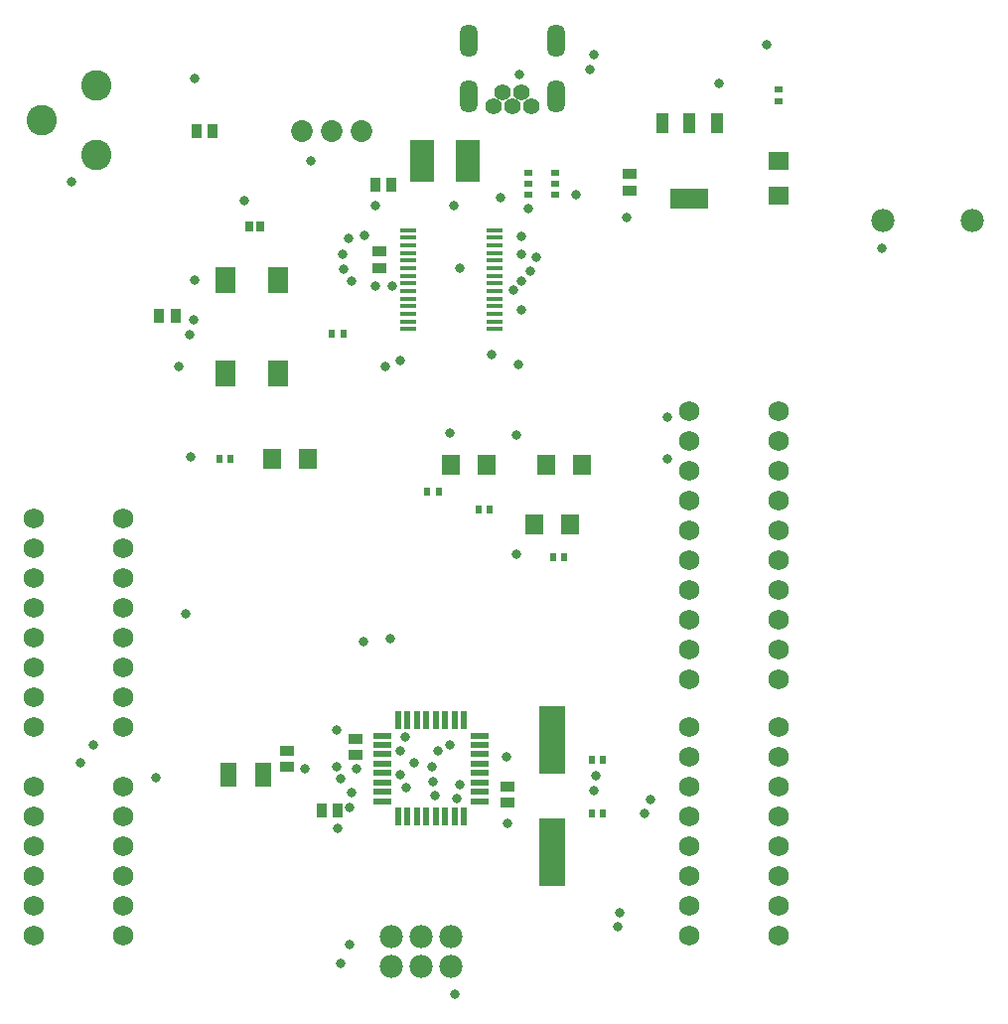
<source format=gts>
G04*
G04 #@! TF.GenerationSoftware,Altium Limited,Altium Designer,20.1.14 (287)*
G04*
G04 Layer_Color=8388736*
%FSLAX25Y25*%
%MOIN*%
G70*
G04*
G04 #@! TF.SameCoordinates,AE2E9B50-125B-4246-99C6-3B409F254E70*
G04*
G04*
G04 #@! TF.FilePolarity,Negative*
G04*
G01*
G75*
%ADD22R,0.02362X0.02756*%
%ADD28R,0.02756X0.02362*%
%ADD34R,0.05700X0.01570*%
%ADD35R,0.06000X0.02200*%
%ADD36R,0.02200X0.06000*%
%ADD37R,0.04737X0.03753*%
%ADD38R,0.09068X0.22847*%
%ADD39R,0.05200X0.07900*%
%ADD40R,0.02956X0.02200*%
%ADD41R,0.03753X0.04737*%
%ADD42R,0.06706X0.08674*%
%ADD43R,0.04100X0.07100*%
%ADD44R,0.13000X0.07100*%
%ADD45R,0.06300X0.07100*%
%ADD46R,0.07100X0.06300*%
%ADD47R,0.08280X0.14186*%
%ADD48R,0.03162X0.03556*%
%ADD49C,0.06800*%
%ADD50C,0.07800*%
%ADD51C,0.07296*%
%ADD52C,0.10249*%
%ADD53C,0.05556*%
%ADD54O,0.05950X0.11099*%
%ADD55C,0.03300*%
D22*
X185937Y209000D02*
D03*
X182000D02*
D03*
X241000Y101000D02*
D03*
X237063D02*
D03*
X241000Y119000D02*
D03*
X237063D02*
D03*
X224063Y187000D02*
D03*
X228000D02*
D03*
X112063Y220000D02*
D03*
X116000D02*
D03*
X199063Y203000D02*
D03*
X203000D02*
D03*
X150000Y262000D02*
D03*
X153937D02*
D03*
D28*
X300000Y340000D02*
D03*
Y343937D02*
D03*
D34*
X204394Y296634D02*
D03*
Y294075D02*
D03*
Y291516D02*
D03*
Y288957D02*
D03*
Y286398D02*
D03*
Y283839D02*
D03*
Y281279D02*
D03*
Y276161D02*
D03*
Y278720D02*
D03*
Y273602D02*
D03*
Y271043D02*
D03*
Y268484D02*
D03*
Y265925D02*
D03*
Y263366D02*
D03*
X175606Y296634D02*
D03*
Y294075D02*
D03*
Y291516D02*
D03*
Y288957D02*
D03*
Y286398D02*
D03*
Y283839D02*
D03*
Y281279D02*
D03*
Y278720D02*
D03*
Y276161D02*
D03*
Y273602D02*
D03*
Y271043D02*
D03*
Y268484D02*
D03*
Y265925D02*
D03*
Y263366D02*
D03*
D35*
X199393Y105000D02*
D03*
Y108100D02*
D03*
Y111300D02*
D03*
Y114400D02*
D03*
Y117600D02*
D03*
Y120700D02*
D03*
Y123900D02*
D03*
Y127000D02*
D03*
X166993D02*
D03*
Y123900D02*
D03*
Y120700D02*
D03*
Y117600D02*
D03*
Y114400D02*
D03*
Y111300D02*
D03*
Y108100D02*
D03*
Y105000D02*
D03*
D36*
X194193Y132200D02*
D03*
X191093D02*
D03*
X187893D02*
D03*
X184793D02*
D03*
X181593D02*
D03*
X178493D02*
D03*
X175293D02*
D03*
X172193D02*
D03*
Y99800D02*
D03*
X175293D02*
D03*
X178493D02*
D03*
X181593D02*
D03*
X184793D02*
D03*
X187893D02*
D03*
X191093D02*
D03*
X194193D02*
D03*
D37*
X166000Y284000D02*
D03*
Y289512D02*
D03*
X209000Y110000D02*
D03*
Y104488D02*
D03*
X250000Y315512D02*
D03*
Y310000D02*
D03*
X158000Y126000D02*
D03*
Y120488D02*
D03*
X135000Y122000D02*
D03*
Y116488D02*
D03*
D38*
X224000Y125402D02*
D03*
Y88000D02*
D03*
D39*
X127000Y114000D02*
D03*
X115200D02*
D03*
D40*
X215846Y316000D02*
D03*
Y312260D02*
D03*
Y308520D02*
D03*
X225000D02*
D03*
Y312260D02*
D03*
Y316000D02*
D03*
D41*
X146488Y102000D02*
D03*
X152000D02*
D03*
X104488Y330000D02*
D03*
X110000D02*
D03*
X164488Y312000D02*
D03*
X170000D02*
D03*
X97512Y268000D02*
D03*
X92000D02*
D03*
D42*
X132000Y248504D02*
D03*
X114284D02*
D03*
X132000Y280000D02*
D03*
X114284D02*
D03*
D43*
X279100Y332494D02*
D03*
X270000D02*
D03*
X260900D02*
D03*
D44*
X270000Y307294D02*
D03*
D45*
X229800Y198000D02*
D03*
X218000D02*
D03*
X141800Y220000D02*
D03*
X130000D02*
D03*
X201800Y218000D02*
D03*
X190000D02*
D03*
X233800D02*
D03*
X222000D02*
D03*
D46*
X300000Y308200D02*
D03*
Y320000D02*
D03*
D47*
X180323D02*
D03*
X195677D02*
D03*
D48*
X126000Y298000D02*
D03*
X122063D02*
D03*
D49*
X50000Y110000D02*
D03*
Y100000D02*
D03*
Y90000D02*
D03*
Y80000D02*
D03*
Y70000D02*
D03*
Y60000D02*
D03*
X80000D02*
D03*
Y70000D02*
D03*
Y80000D02*
D03*
Y90000D02*
D03*
Y100000D02*
D03*
Y110000D02*
D03*
X270000Y60000D02*
D03*
Y70000D02*
D03*
Y80000D02*
D03*
Y90000D02*
D03*
Y100000D02*
D03*
Y110000D02*
D03*
Y120000D02*
D03*
Y130000D02*
D03*
X300000Y146000D02*
D03*
Y156000D02*
D03*
Y166000D02*
D03*
Y176000D02*
D03*
Y186000D02*
D03*
Y196000D02*
D03*
Y206000D02*
D03*
Y216000D02*
D03*
Y226000D02*
D03*
Y236000D02*
D03*
X50000Y200000D02*
D03*
Y190000D02*
D03*
Y180000D02*
D03*
Y170000D02*
D03*
Y160000D02*
D03*
Y150000D02*
D03*
Y140000D02*
D03*
Y130000D02*
D03*
X300000Y60000D02*
D03*
Y70000D02*
D03*
Y80000D02*
D03*
Y90000D02*
D03*
Y100000D02*
D03*
Y110000D02*
D03*
Y120000D02*
D03*
Y130000D02*
D03*
X80000D02*
D03*
Y140000D02*
D03*
Y150000D02*
D03*
Y160000D02*
D03*
Y170000D02*
D03*
Y180000D02*
D03*
Y190000D02*
D03*
Y200000D02*
D03*
X270000Y236000D02*
D03*
Y226000D02*
D03*
Y216000D02*
D03*
Y206000D02*
D03*
Y196000D02*
D03*
Y186000D02*
D03*
Y176000D02*
D03*
Y166000D02*
D03*
Y156000D02*
D03*
Y146000D02*
D03*
D50*
X170000Y49500D02*
D03*
Y59500D02*
D03*
X180000Y49500D02*
D03*
Y59500D02*
D03*
X190000Y49500D02*
D03*
Y59500D02*
D03*
X365000Y300000D02*
D03*
X335000D02*
D03*
D51*
X140000Y330000D02*
D03*
X150000D02*
D03*
X160000D02*
D03*
D52*
X52396Y333550D02*
D03*
X70900Y345330D02*
D03*
Y321830D02*
D03*
D53*
X216799Y338078D02*
D03*
X210500D02*
D03*
X204201D02*
D03*
X213650Y342802D02*
D03*
X207350D02*
D03*
D54*
X225067Y360322D02*
D03*
Y341621D02*
D03*
X195933D02*
D03*
Y360322D02*
D03*
D55*
X191232Y40011D02*
D03*
X101000Y168000D02*
D03*
X334500Y290500D02*
D03*
X213000Y349000D02*
D03*
X238000Y355500D02*
D03*
X143000Y320000D02*
D03*
X62500Y313000D02*
D03*
X102296Y261444D02*
D03*
X155500Y294000D02*
D03*
X153500Y288500D02*
D03*
X213500Y279500D02*
D03*
X218500Y287500D02*
D03*
X156500Y279500D02*
D03*
X173000Y253000D02*
D03*
X212500Y251500D02*
D03*
X262500Y220000D02*
D03*
Y234000D02*
D03*
X246500Y67500D02*
D03*
X255000Y101000D02*
D03*
X177500Y118000D02*
D03*
X184500Y107000D02*
D03*
X189500Y124000D02*
D03*
X173000Y114000D02*
D03*
Y122000D02*
D03*
X156000Y103000D02*
D03*
X151500Y116500D02*
D03*
X91000Y113000D02*
D03*
X70000Y124000D02*
D03*
X153000Y50500D02*
D03*
X65500Y118000D02*
D03*
X161000Y295000D02*
D03*
X213500Y288500D02*
D03*
X203500Y255000D02*
D03*
X170150Y277901D02*
D03*
X193000Y284000D02*
D03*
X154000Y283500D02*
D03*
X213500Y294500D02*
D03*
X211000Y276500D02*
D03*
X213500Y270000D02*
D03*
X168000Y251000D02*
D03*
X208500Y120000D02*
D03*
X193000Y110500D02*
D03*
X153000Y112500D02*
D03*
X151500Y129000D02*
D03*
X246000Y63000D02*
D03*
X164500Y278000D02*
D03*
X174500Y126500D02*
D03*
X103500Y266500D02*
D03*
X104000Y280000D02*
D03*
X183500Y116500D02*
D03*
X192000Y106000D02*
D03*
X152000Y96000D02*
D03*
X141000Y116000D02*
D03*
X209000Y97500D02*
D03*
X216500Y283000D02*
D03*
X212000Y228000D02*
D03*
X232000Y308500D02*
D03*
X189500Y228500D02*
D03*
X102500Y220500D02*
D03*
X216000Y304000D02*
D03*
X206500Y307500D02*
D03*
X98500Y251000D02*
D03*
X236500Y350500D02*
D03*
X191000Y305000D02*
D03*
X164500D02*
D03*
X249000Y301000D02*
D03*
X104000Y347500D02*
D03*
X120500Y306500D02*
D03*
X296000Y359000D02*
D03*
X280000Y346000D02*
D03*
X212000Y188000D02*
D03*
X169500Y159500D02*
D03*
X158150Y116000D02*
D03*
X156500Y108000D02*
D03*
X156000Y57000D02*
D03*
X175000Y109500D02*
D03*
X160500Y158500D02*
D03*
X185500Y122000D02*
D03*
X184000Y111500D02*
D03*
X238000Y108500D02*
D03*
X238500Y113500D02*
D03*
X257000Y105500D02*
D03*
M02*

</source>
